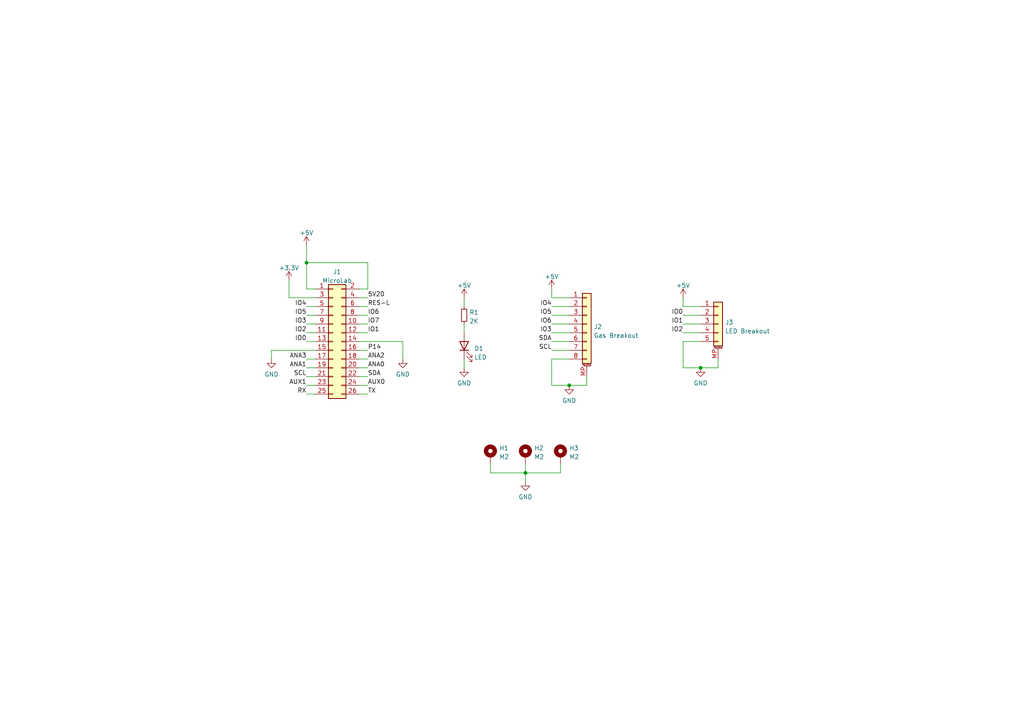
<source format=kicad_sch>
(kicad_sch (version 20211123) (generator eeschema)
  (paper "A4")
  (lib_symbols
    (symbol "Connector_Generic:Conn_02x13_Odd_Even" (pin_names (offset 1.016) hide)
      (property "Reference" "J" (at 1.27 17.78 0))
      (property "Value" "Conn_02x13_Odd_Even" (at 1.27 -17.78 0))
      (symbol "Conn_02x13_Odd_Even_1_1"
        (rectangle (start -1.27 -15.113) (end 0 -15.367) (stroke (width 0.1524)))
        (rectangle (start -1.27 -12.573) (end 0 -12.827) (stroke (width 0.1524)))
        (rectangle (start -1.27 -10.033) (end 0 -10.287) (stroke (width 0.1524)))
        (rectangle (start -1.27 -7.493) (end 0 -7.747) (stroke (width 0.1524)))
        (rectangle (start -1.27 -4.953) (end 0 -5.207) (stroke (width 0.1524)))
        (rectangle (start -1.27 -2.413) (end 0 -2.667) (stroke (width 0.1524)))
        (rectangle (start -1.27 0.127) (end 0 -0.127) (stroke (width 0.1524)))
        (rectangle (start -1.27 2.667) (end 0 2.413) (stroke (width 0.1524)))
        (rectangle (start -1.27 5.207) (end 0 4.953) (stroke (width 0.1524)))
        (rectangle (start -1.27 7.747) (end 0 7.493) (stroke (width 0.1524)))
        (rectangle (start -1.27 10.287) (end 0 10.033) (stroke (width 0.1524)))
        (rectangle (start -1.27 12.827) (end 0 12.573) (stroke (width 0.1524)))
        (rectangle (start -1.27 15.367) (end 0 15.113) (stroke (width 0.1524)))
        (rectangle (start -1.27 16.51) (end 3.81 -16.51) (stroke (width 0.254)) (fill (type background)))
        (rectangle (start 3.81 -15.113) (end 2.54 -15.367) (stroke (width 0.1524)))
        (rectangle (start 3.81 -12.573) (end 2.54 -12.827) (stroke (width 0.1524)))
        (rectangle (start 3.81 -10.033) (end 2.54 -10.287) (stroke (width 0.1524)))
        (rectangle (start 3.81 -7.493) (end 2.54 -7.747) (stroke (width 0.1524)))
        (rectangle (start 3.81 -4.953) (end 2.54 -5.207) (stroke (width 0.1524)))
        (rectangle (start 3.81 -2.413) (end 2.54 -2.667) (stroke (width 0.1524)))
        (rectangle (start 3.81 0.127) (end 2.54 -0.127) (stroke (width 0.1524)))
        (rectangle (start 3.81 2.667) (end 2.54 2.413) (stroke (width 0.1524)))
        (rectangle (start 3.81 5.207) (end 2.54 4.953) (stroke (width 0.1524)))
        (rectangle (start 3.81 7.747) (end 2.54 7.493) (stroke (width 0.1524)))
        (rectangle (start 3.81 10.287) (end 2.54 10.033) (stroke (width 0.1524)))
        (rectangle (start 3.81 12.827) (end 2.54 12.573) (stroke (width 0.1524)))
        (rectangle (start 3.81 15.367) (end 2.54 15.113) (stroke (width 0.1524)))
        (pin passive line (at -5.08 15.24 0) (length 3.81) (name "Pin_1") (number "1"))
        (pin passive line (at 7.62 5.08 180) (length 3.81) (name "Pin_10") (number "10"))
        (pin passive line (at -5.08 2.54 0) (length 3.81) (name "Pin_11") (number "11"))
        (pin passive line (at 7.62 2.54 180) (length 3.81) (name "Pin_12") (number "12"))
        (pin passive line (at -5.08 0 0) (length 3.81) (name "Pin_13") (number "13"))
        (pin passive line (at 7.62 0 180) (length 3.81) (name "Pin_14") (number "14"))
        (pin passive line (at -5.08 -2.54 0) (length 3.81) (name "Pin_15") (number "15"))
        (pin passive line (at 7.62 -2.54 180) (length 3.81) (name "Pin_16") (number "16"))
        (pin passive line (at -5.08 -5.08 0) (length 3.81) (name "Pin_17") (number "17"))
        (pin passive line (at 7.62 -5.08 180) (length 3.81) (name "Pin_18") (number "18"))
        (pin passive line (at -5.08 -7.62 0) (length 3.81) (name "Pin_19") (number "19"))
        (pin passive line (at 7.62 15.24 180) (length 3.81) (name "Pin_2") (number "2"))
        (pin passive line (at 7.62 -7.62 180) (length 3.81) (name "Pin_20") (number "20"))
        (pin passive line (at -5.08 -10.16 0) (length 3.81) (name "Pin_21") (number "21"))
        (pin passive line (at 7.62 -10.16 180) (length 3.81) (name "Pin_22") (number "22"))
        (pin passive line (at -5.08 -12.7 0) (length 3.81) (name "Pin_23") (number "23"))
        (pin passive line (at 7.62 -12.7 180) (length 3.81) (name "Pin_24") (number "24"))
        (pin passive line (at -5.08 -15.24 0) (length 3.81) (name "Pin_25") (number "25"))
        (pin passive line (at 7.62 -15.24 180) (length 3.81) (name "Pin_26") (number "26"))
        (pin passive line (at -5.08 12.7 0) (length 3.81) (name "Pin_3") (number "3"))
        (pin passive line (at 7.62 12.7 180) (length 3.81) (name "Pin_4") (number "4"))
        (pin passive line (at -5.08 10.16 0) (length 3.81) (name "Pin_5") (number "5"))
        (pin passive line (at 7.62 10.16 180) (length 3.81) (name "Pin_6") (number "6"))
        (pin passive line (at -5.08 7.62 0) (length 3.81) (name "Pin_7") (number "7"))
        (pin passive line (at 7.62 7.62 180) (length 3.81) (name "Pin_8") (number "8"))
        (pin passive line (at -5.08 5.08 0) (length 3.81) (name "Pin_9") (number "9"))
      )
    )
    (symbol "Connector_Generic_MountingPin:Conn_01x05_MountingPin" (pin_names (offset 1.016) hide)
      (property "Reference" "J" (at 0 7.62 0))
      (property "Value" "Conn_01x05_MountingPin" (at 1.27 -7.62 0))
      (symbol "Conn_01x05_MountingPin_1_1"
        (rectangle (start -1.27 -4.953) (end 0 -5.207) (stroke (width 0.1524)))
        (rectangle (start -1.27 -2.413) (end 0 -2.667) (stroke (width 0.1524)))
        (rectangle (start -1.27 0.127) (end 0 -0.127) (stroke (width 0.1524)))
        (rectangle (start -1.27 2.667) (end 0 2.413) (stroke (width 0.1524)))
        (rectangle (start -1.27 5.207) (end 0 4.953) (stroke (width 0.1524)))
        (rectangle (start -1.27 6.35) (end 1.27 -6.35) (stroke (width 0.254)) (fill (type background)))
        (polyline (pts (xy -1.016 -7.112) (xy 1.016 -7.112)) (stroke (width 0.1524)))
        (text "Mounting" (at 0 -6.731 0) (effects (font (size 0.381 0.381))))
        (pin passive line (at -5.08 5.08 0) (length 3.81) (name "Pin_1") (number "1"))
        (pin passive line (at -5.08 2.54 0) (length 3.81) (name "Pin_2") (number "2"))
        (pin passive line (at -5.08 0 0) (length 3.81) (name "Pin_3") (number "3"))
        (pin passive line (at -5.08 -2.54 0) (length 3.81) (name "Pin_4") (number "4"))
        (pin passive line (at -5.08 -5.08 0) (length 3.81) (name "Pin_5") (number "5"))
        (pin passive line (at 0 -10.16 90) (length 3.048) (name "MountPin") (number "MP"))
      )
    )
    (symbol "Connector_Generic_MountingPin:Conn_01x08_MountingPin" (pin_names (offset 1.016) hide)
      (property "Reference" "J" (at 0 10.16 0))
      (property "Value" "Conn_01x08_MountingPin" (at 1.27 -12.7 0))
      (symbol "Conn_01x08_MountingPin_1_1"
        (rectangle (start -1.27 -10.033) (end 0 -10.287) (stroke (width 0.1524)))
        (rectangle (start -1.27 -7.493) (end 0 -7.747) (stroke (width 0.1524)))
        (rectangle (start -1.27 -4.953) (end 0 -5.207) (stroke (width 0.1524)))
        (rectangle (start -1.27 -2.413) (end 0 -2.667) (stroke (width 0.1524)))
        (rectangle (start -1.27 0.127) (end 0 -0.127) (stroke (width 0.1524)))
        (rectangle (start -1.27 2.667) (end 0 2.413) (stroke (width 0.1524)))
        (rectangle (start -1.27 5.207) (end 0 4.953) (stroke (width 0.1524)))
        (rectangle (start -1.27 7.747) (end 0 7.493) (stroke (width 0.1524)))
        (rectangle (start -1.27 8.89) (end 1.27 -11.43) (stroke (width 0.254)) (fill (type background)))
        (polyline (pts (xy -1.016 -12.192) (xy 1.016 -12.192)) (stroke (width 0.1524)))
        (text "Mounting" (at 0 -11.811 0) (effects (font (size 0.381 0.381))))
        (pin passive line (at -5.08 7.62 0) (length 3.81) (name "Pin_1") (number "1"))
        (pin passive line (at -5.08 5.08 0) (length 3.81) (name "Pin_2") (number "2"))
        (pin passive line (at -5.08 2.54 0) (length 3.81) (name "Pin_3") (number "3"))
        (pin passive line (at -5.08 0 0) (length 3.81) (name "Pin_4") (number "4"))
        (pin passive line (at -5.08 -2.54 0) (length 3.81) (name "Pin_5") (number "5"))
        (pin passive line (at -5.08 -5.08 0) (length 3.81) (name "Pin_6") (number "6"))
        (pin passive line (at -5.08 -7.62 0) (length 3.81) (name "Pin_7") (number "7"))
        (pin passive line (at -5.08 -10.16 0) (length 3.81) (name "Pin_8") (number "8"))
        (pin passive line (at 0 -15.24 90) (length 3.048) (name "MountPin") (number "MP"))
      )
    )
    (symbol "Device:LED" (pin_numbers hide) (pin_names (offset 1.016) hide)
      (property "Reference" "D" (at 0 2.54 0))
      (property "Value" "LED" (at 0 -2.54 0))
      (symbol "LED_0_1"
        (polyline (pts (xy -1.27 -1.27) (xy -1.27 1.27)) (stroke (width 0.254)))
        (polyline (pts (xy -1.27 0) (xy 1.27 0)))
        (polyline (pts (xy 1.27 -1.27) (xy 1.27 1.27) (xy -1.27 0) (xy 1.27 -1.27)) (stroke (width 0.254)))
        (polyline (pts (xy -3.048 -0.762) (xy -4.572 -2.286) (xy -3.81 -2.286) (xy -4.572 -2.286) (xy -4.572 -1.524)))
        (polyline (pts (xy -1.778 -0.762) (xy -3.302 -2.286) (xy -2.54 -2.286) (xy -3.302 -2.286) (xy -3.302 -1.524)))
      )
      (symbol "LED_1_1"
        (pin passive line (at -3.81 0 0) (length 2.54) (name "K") (number "1"))
        (pin passive line (at 3.81 0 180) (length 2.54) (name "A") (number "2"))
      )
    )
    (symbol "Device:R_Small" (pin_numbers hide) (pin_names (offset 0.254) hide)
      (property "Reference" "R" (at 0.762 0.508 0))
      (property "Value" "R_Small" (at 0.762 -1.016 0))
      (symbol "R_Small_0_1"
        (rectangle (start -0.762 1.778) (end 0.762 -1.778) (stroke (width 0.2032)))
      )
      (symbol "R_Small_1_1"
        (pin passive line (at 0 2.54 270) (length 0.762) (name "~") (number "1"))
        (pin passive line (at 0 -2.54 90) (length 0.762) (name "~") (number "2"))
      )
    )
    (symbol "Mechanical:MountingHole_Pad" (pin_numbers hide) (pin_names (offset 1.016) hide)
      (property "Reference" "H" (at 0 6.35 0))
      (property "Value" "MountingHole_Pad" (at 0 4.445 0))
      (symbol "MountingHole_Pad_0_1"
        (circle (center 0 1.27) (radius 1.27) (stroke (width 1.27)))
      )
      (symbol "MountingHole_Pad_1_1"
        (pin input line (at 0 -2.54 90) (length 2.54) (name "1") (number "1"))
      )
    )
    (symbol "power:+3.3V" (power) (pin_names (offset 0))
      (property "Value" "+3.3V" (at 0 3.556 0))
      (symbol "+3.3V_0_1"
        (polyline (pts (xy -0.762 1.27) (xy 0 2.54)))
        (polyline (pts (xy 0 0) (xy 0 2.54)))
        (polyline (pts (xy 0 2.54) (xy 0.762 1.27)))
      )
      (symbol "+3.3V_1_1"
        (pin power_in line (at 0 0 90) (length 0) hide (name "+3.3V") (number "1"))
      )
    )
    (symbol "power:+5V" (power) (pin_names (offset 0))
      (property "Value" "+5V" (at 0 3.556 0))
      (symbol "+5V_0_1"
        (polyline (pts (xy -0.762 1.27) (xy 0 2.54)))
        (polyline (pts (xy 0 0) (xy 0 2.54)))
        (polyline (pts (xy 0 2.54) (xy 0.762 1.27)))
      )
      (symbol "+5V_1_1"
        (pin power_in line (at 0 0 90) (length 0) hide (name "+5V") (number "1"))
      )
    )
    (symbol "power:GND" (power) (pin_names (offset 0))
      (property "Value" "GND" (at 0 -3.81 0))
      (symbol "GND_0_1"
        (polyline (pts (xy 0 0) (xy 0 -1.27) (xy 1.27 -1.27) (xy 0 -2.54) (xy -1.27 -1.27) (xy 0 -1.27)))
      )
      (symbol "GND_1_1"
        (pin power_in line (at 0 0 270) (length 0) hide (name "GND") (number "1"))
      )
    )
  )
  (junction (at 152.4 137.16))
  (junction (at 203.2 106.68))
  (junction (at 165.1 111.76))
  (junction (at 88.9 76.2))
  (wire (pts (xy 104.14 86.36) (xy 106.68 86.36)))
  (wire (pts (xy 203.2 106.68) (xy 198.12 106.68)))
  (wire (pts (xy 91.44 101.6) (xy 78.74 101.6)))
  (wire (pts (xy 88.9 114.3) (xy 91.44 114.3)))
  (wire (pts (xy 134.62 93.98) (xy 134.62 96.52)))
  (wire (pts (xy 198.12 91.44) (xy 203.2 91.44)))
  (wire (pts (xy 160.02 99.06) (xy 165.1 99.06)))
  (wire (pts (xy 160.02 91.44) (xy 165.1 91.44)))
  (wire (pts (xy 162.56 134.62) (xy 162.56 137.16)))
  (wire (pts (xy 116.84 99.06) (xy 116.84 104.14)))
  (wire (pts (xy 88.9 91.44) (xy 91.44 91.44)))
  (wire (pts (xy 160.02 96.52) (xy 165.1 96.52)))
  (wire (pts (xy 160.02 83.82) (xy 160.02 86.36)))
  (wire (pts (xy 134.62 86.36) (xy 134.62 88.9)))
  (wire (pts (xy 160.02 104.14) (xy 160.02 111.76)))
  (wire (pts (xy 91.44 83.82) (xy 88.9 83.82)))
  (wire (pts (xy 88.9 83.82) (xy 88.9 76.2)))
  (wire (pts (xy 78.74 101.6) (xy 78.74 104.14)))
  (wire (pts (xy 203.2 99.06) (xy 198.12 99.06)))
  (wire (pts (xy 83.82 86.36) (xy 91.44 86.36)))
  (wire (pts (xy 106.68 83.82) (xy 104.14 83.82)))
  (wire (pts (xy 104.14 109.22) (xy 106.68 109.22)))
  (wire (pts (xy 88.9 104.14) (xy 91.44 104.14)))
  (wire (pts (xy 162.56 137.16) (xy 152.4 137.16)))
  (wire (pts (xy 104.14 88.9) (xy 106.68 88.9)))
  (wire (pts (xy 88.9 76.2) (xy 106.68 76.2)))
  (wire (pts (xy 165.1 111.76) (xy 170.18 111.76)))
  (wire (pts (xy 170.18 109.22) (xy 170.18 111.76)))
  (wire (pts (xy 160.02 86.36) (xy 165.1 86.36)))
  (wire (pts (xy 152.4 137.16) (xy 142.24 137.16)))
  (wire (pts (xy 104.14 96.52) (xy 106.68 96.52)))
  (wire (pts (xy 88.9 111.76) (xy 91.44 111.76)))
  (wire (pts (xy 104.14 99.06) (xy 116.84 99.06)))
  (wire (pts (xy 142.24 137.16) (xy 142.24 134.62)))
  (wire (pts (xy 203.2 88.9) (xy 198.12 88.9)))
  (wire (pts (xy 208.28 104.14) (xy 208.28 106.68)))
  (wire (pts (xy 106.68 76.2) (xy 106.68 83.82)))
  (wire (pts (xy 88.9 99.06) (xy 91.44 99.06)))
  (wire (pts (xy 152.4 137.16) (xy 152.4 139.7)))
  (wire (pts (xy 88.9 106.68) (xy 91.44 106.68)))
  (wire (pts (xy 104.14 91.44) (xy 106.68 91.44)))
  (wire (pts (xy 198.12 96.52) (xy 203.2 96.52)))
  (wire (pts (xy 104.14 101.6) (xy 106.68 101.6)))
  (wire (pts (xy 88.9 71.12) (xy 88.9 76.2)))
  (wire (pts (xy 83.82 81.28) (xy 83.82 86.36)))
  (wire (pts (xy 104.14 104.14) (xy 106.68 104.14)))
  (wire (pts (xy 208.28 106.68) (xy 203.2 106.68)))
  (wire (pts (xy 160.02 104.14) (xy 165.1 104.14)))
  (wire (pts (xy 160.02 93.98) (xy 165.1 93.98)))
  (wire (pts (xy 134.62 104.14) (xy 134.62 106.68)))
  (wire (pts (xy 88.9 88.9) (xy 91.44 88.9)))
  (wire (pts (xy 104.14 93.98) (xy 106.68 93.98)))
  (wire (pts (xy 152.4 134.62) (xy 152.4 137.16)))
  (wire (pts (xy 160.02 101.6) (xy 165.1 101.6)))
  (wire (pts (xy 88.9 109.22) (xy 91.44 109.22)))
  (wire (pts (xy 104.14 114.3) (xy 106.68 114.3)))
  (wire (pts (xy 88.9 96.52) (xy 91.44 96.52)))
  (wire (pts (xy 104.14 111.76) (xy 106.68 111.76)))
  (wire (pts (xy 198.12 99.06) (xy 198.12 106.68)))
  (wire (pts (xy 88.9 93.98) (xy 91.44 93.98)))
  (wire (pts (xy 160.02 111.76) (xy 165.1 111.76)))
  (wire (pts (xy 198.12 88.9) (xy 198.12 86.36)))
  (wire (pts (xy 160.02 88.9) (xy 165.1 88.9)))
  (wire (pts (xy 104.14 106.68) (xy 106.68 106.68)))
  (wire (pts (xy 198.12 93.98) (xy 203.2 93.98)))
  (label "IO6" (at 160.02 93.98 180))
  (label "IO2" (at 198.12 96.52 180))
  (label "IO5" (at 88.9 91.44 180))
  (label "P14" (at 106.68 101.6 0))
  (label "IO5" (at 160.02 91.44 180))
  (label "ANA3" (at 88.9 104.14 180))
  (label "IO4" (at 88.9 88.9 180))
  (label "RX" (at 88.9 114.3 180))
  (label "IO0" (at 88.9 99.06 180))
  (label "IO1" (at 106.68 96.52 0))
  (label "SDA" (at 160.02 99.06 180))
  (label "AUX0" (at 106.68 111.76 0))
  (label "SCL" (at 88.9 109.22 180))
  (label "IO2" (at 88.9 96.52 180))
  (label "ANA0" (at 106.68 106.68 0))
  (label "ANA1" (at 88.9 106.68 180))
  (label "IO1" (at 198.12 93.98 180))
  (label "TX" (at 106.68 114.3 0))
  (label "ANA2" (at 106.68 104.14 0))
  (label "AUX1" (at 88.9 111.76 180))
  (label "IO0" (at 198.12 91.44 180))
  (label "5V20" (at 106.68 86.36 0))
  (label "IO3" (at 88.9 93.98 180))
  (label "IO3" (at 160.02 96.52 180))
  (label "IO7" (at 106.68 93.98 0))
  (label "SCL" (at 160.02 101.6 180))
  (label "IO4" (at 160.02 88.9 180))
  (label "RES-L" (at 106.68 88.9 0))
  (label "IO6" (at 106.68 91.44 0))
  (label "SDA" (at 106.68 109.22 0))
  (symbol (lib_id "power:+3.3V") (at 83.82 81.28 0) (unit 1)
    (property "Reference" "#PWR0101" (effects hide))
    (property "Value" "+3.3V" (at 83.82 77.7042 0))
  )
  (symbol (lib_id "Device:R_Small") (at 134.62 91.44 180) (unit 1)
    (property "Reference" "R1" (at 136.1186 90.6053 0) (effects (justify right)))
    (property "Value" "2K" (at 136.1186 93.1422 0) (effects (justify right)))
    (property "Footprint" "Resistor_SMD:R_0402_1005Metric_Pad0.72x0.64mm_HandSolder" (effects hide))
  )
  (symbol (lib_id "power:GND") (at 134.62 106.68 0) (unit 1)
    (property "Reference" "#PWR0109" (effects hide))
    (property "Value" "GND" (at 134.62 111.1234 0))
  )
  (symbol (lib_id "Mechanical:MountingHole_Pad") (at 162.56 132.08 0) (unit 1)
    (property "Reference" "H3" (at 165.1 129.9753 0) (effects (justify left)))
    (property "Value" "M2" (at 165.1 132.5122 0) (effects (justify left)))
    (property "Footprint" "MountingHole:MountingHole_2.2mm_M2_DIN965_Pad" (effects hide))
  )
  (symbol (lib_id "power:GND") (at 78.74 104.14 0) (unit 1)
    (property "Reference" "#PWR0103" (effects hide))
    (property "Value" "GND" (at 78.74 108.5834 0))
  )
  (symbol (lib_id "power:GND") (at 203.2 106.68 0) (unit 1)
    (property "Reference" "#PWR0107" (effects hide))
    (property "Value" "GND" (at 203.2 111.1234 0))
  )
  (symbol (lib_id "Connector_Generic_MountingPin:Conn_01x05_MountingPin") (at 208.28 93.98 0) (unit 1)
    (property "Reference" "J3" (at 210.312 93.5009 0) (effects (justify left)))
    (property "Value" "LED Breakout" (at 210.312 96.0378 0) (effects (justify left)))
    (property "Footprint" "Connector_JST:JST_SH_BM05B-SRSS-TB_1x05-1MP_P1.00mm_Vertical" (effects hide))
  )
  (symbol (lib_id "Mechanical:MountingHole_Pad") (at 142.24 132.08 0) (unit 1)
    (property "Reference" "H1" (at 144.78 129.9753 0) (effects (justify left)))
    (property "Value" "M2" (at 144.78 132.5122 0) (effects (justify left)))
    (property "Footprint" "MountingHole:MountingHole_2.2mm_M2_DIN965_Pad" (effects hide))
  )
  (symbol (lib_id "power:+5V") (at 198.12 86.36 0) (unit 1)
    (property "Reference" "#PWR0108" (effects hide))
    (property "Value" "+5V" (at 198.12 82.7842 0))
  )
  (symbol (lib_id "Connector_Generic_MountingPin:Conn_01x08_MountingPin") (at 170.18 93.98 0) (unit 1)
    (property "Reference" "J2" (at 172.212 94.7709 0) (effects (justify left)))
    (property "Value" "Gas Breakout" (at 172.212 97.3078 0) (effects (justify left)))
    (property "Footprint" "Connector_JST:JST_SH_BM08B-SRSS-TB_1x08-1MP_P1.00mm_Vertical" (effects hide))
  )
  (symbol (lib_id "power:GND") (at 152.4 139.7 0) (unit 1)
    (property "Reference" "#PWR0111" (effects hide))
    (property "Value" "GND" (at 152.4 144.1434 0))
  )
  (symbol (lib_id "power:+5V") (at 160.02 83.82 0) (unit 1)
    (property "Reference" "#PWR0104" (effects hide))
    (property "Value" "+5V" (at 160.02 80.2442 0))
  )
  (symbol (lib_id "power:+5V") (at 88.9 71.12 0) (unit 1)
    (property "Reference" "#PWR0102" (effects hide))
    (property "Value" "+5V" (at 88.9 67.5442 0))
  )
  (symbol (lib_id "power:+5V") (at 134.62 86.36 0) (unit 1)
    (property "Reference" "#PWR0110" (effects hide))
    (property "Value" "+5V" (at 134.62 82.7842 0))
  )
  (symbol (lib_id "Connector_Generic:Conn_02x13_Odd_Even") (at 96.52 99.06 0) (unit 1)
    (property "Reference" "J1" (at 97.79 78.8502 0))
    (property "Value" "MicroLab" (at 97.79 81.3871 0))
    (property "Footprint" "Connector_PinHeader_2.00mm:PinHeader_2x13_P2.00mm_Vertical" (effects hide))
  )
  (symbol (lib_id "Mechanical:MountingHole_Pad") (at 152.4 132.08 0) (unit 1)
    (property "Reference" "H2" (at 154.94 129.9753 0) (effects (justify left)))
    (property "Value" "M2" (at 154.94 132.5122 0) (effects (justify left)))
    (property "Footprint" "MountingHole:MountingHole_2.2mm_M2_DIN965_Pad" (effects hide))
  )
  (symbol (lib_id "power:GND") (at 165.1 111.76 0) (unit 1)
    (property "Reference" "#PWR0105" (effects hide))
    (property "Value" "GND" (at 165.1 116.2034 0))
  )
  (symbol (lib_id "Device:LED") (at 134.62 100.33 90) (unit 1)
    (property "Reference" "D1" (at 137.541 101.0828 90) (effects (justify right)))
    (property "Value" "LED" (at 137.541 103.6197 90) (effects (justify right)))
    (property "Footprint" "LED_SMD:LED_0402_1005Metric_Pad0.77x0.64mm_HandSolder" (effects hide))
  )
  (symbol (lib_id "power:GND") (at 116.84 104.14 0) (unit 1)
    (property "Reference" "#PWR0106" (effects hide))
    (property "Value" "GND" (at 116.84 108.5834 0))
  )
)
</source>
